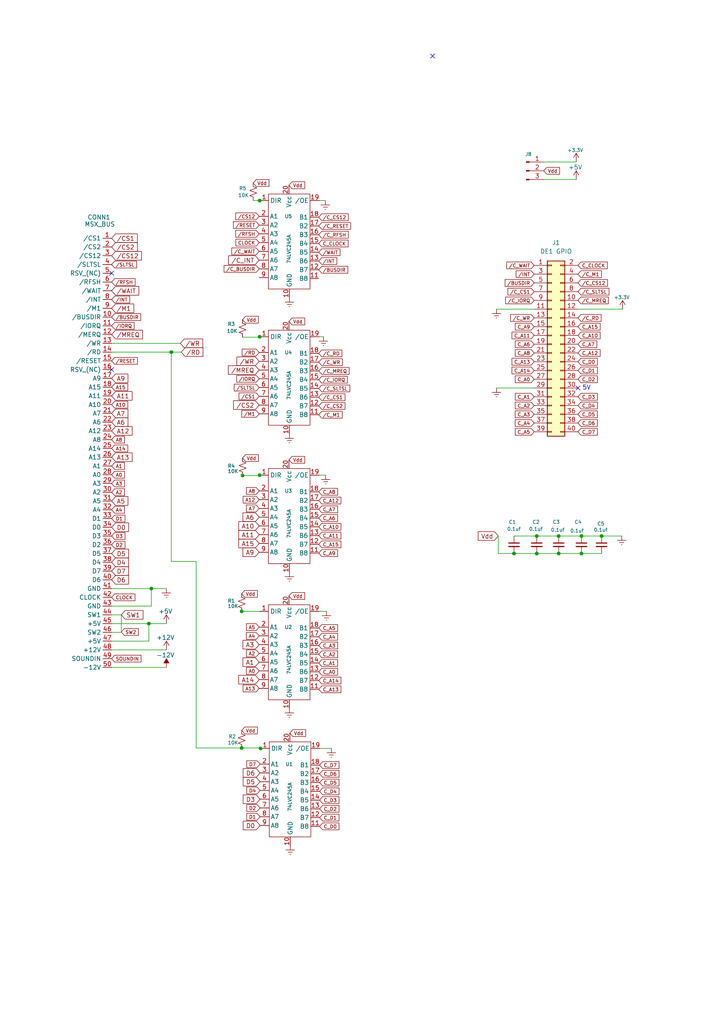
<source format=kicad_sch>
(kicad_sch (version 20211123) (generator eeschema)
  (paper "A4" portrait)
  (title_block (title "MSX DE1 Hat") (date "2023-01-07") (rev "1.1") (company "RCC") (comment 1 "to 3.3v systems with voltage conversion") (comment 2 "Cartridge for MSX Computers that expose the MSX BUS"))
  (lib_symbols
    (symbol "74LVC245A_1"
      (property "Reference" "U" (at 0 0 0))
      (property "Value" "74LVC245A_1" (at 0 0 0))
      (symbol "74LVC245A_1_1_1"
        (pin input line (at -67.183 87.63 0) (length 2.54) (name "DIR") (number "1"))
        (pin power_in line (at -58.547 59.436 90) (length 2.54) (name "GND") (number "10"))
        (pin bidirectional line (at -50.038 65.024 180) (length 2.54) (name "B8") (number "11"))
        (pin bidirectional line (at -50.038 67.564 180) (length 2.54) (name "B7") (number "12"))
        (pin bidirectional line (at -50.038 70.104 180) (length 2.54) (name "B6") (number "13"))
        (pin bidirectional line (at -50.038 72.644 180) (length 2.54) (name "B5") (number "14"))
        (pin bidirectional line (at -50.038 75.184 180) (length 2.54) (name "B4") (number "15"))
        (pin bidirectional line (at -50.038 77.724 180) (length 2.54) (name "B3") (number "16"))
        (pin bidirectional line (at -50.038 80.264 180) (length 2.54) (name "B2") (number "17"))
        (pin bidirectional line (at -50.038 82.804 180) (length 2.54) (name "B1") (number "18"))
        (pin input line (at -49.911 87.63 180) (length 2.54) (name "/OE") (number "19"))
        (pin bidirectional line (at -67.31 83.058 0) (length 2.54) (name "A1") (number "2"))
        (pin power_in line (at -58.674 92.075 270) (length 2.54) (name "Vcc") (number "20"))
        (pin bidirectional line (at -67.31 80.518 0) (length 2.54) (name "A2") (number "3"))
        (pin bidirectional line (at -67.31 77.978 0) (length 2.54) (name "A3") (number "4"))
        (pin bidirectional line (at -67.31 75.438 0) (length 2.54) (name "A4") (number "5"))
        (pin bidirectional line (at -67.31 72.898 0) (length 2.54) (name "A5") (number "6"))
        (pin bidirectional line (at -67.31 70.358 0) (length 2.54) (name "A6") (number "7"))
        (pin bidirectional line (at -67.31 67.818 0) (length 2.54) (name "A7") (number "8"))
        (pin bidirectional line (at -67.31 65.278 0) (length 2.54) (name "A8") (number "9"))
      )
    )
    (symbol "74LVC245A_2"
      (property "Reference" "U" (at 0 0 0))
      (property "Value" "74LVC245A_2" (at 0 0 0))
      (symbol "74LVC245A_2_1_1"
        (pin input line (at -67.183 87.63 0) (length 2.54) (name "DIR") (number "1"))
        (pin power_in line (at -58.547 59.436 90) (length 2.54) (name "GND") (number "10"))
        (pin bidirectional line (at -50.038 65.024 180) (length 2.54) (name "B8") (number "11"))
        (pin bidirectional line (at -50.038 67.564 180) (length 2.54) (name "B7") (number "12"))
        (pin bidirectional line (at -50.038 70.104 180) (length 2.54) (name "B6") (number "13"))
        (pin bidirectional line (at -50.038 72.644 180) (length 2.54) (name "B5") (number "14"))
        (pin bidirectional line (at -50.038 75.184 180) (length 2.54) (name "B4") (number "15"))
        (pin bidirectional line (at -50.038 77.724 180) (length 2.54) (name "B3") (number "16"))
        (pin bidirectional line (at -50.038 80.264 180) (length 2.54) (name "B2") (number "17"))
        (pin bidirectional line (at -50.038 82.804 180) (length 2.54) (name "B1") (number "18"))
        (pin input line (at -49.911 87.63 180) (length 2.54) (name "/OE") (number "19"))
        (pin bidirectional line (at -67.31 83.058 0) (length 2.54) (name "A1") (number "2"))
        (pin power_in line (at -58.674 92.075 270) (length 2.54) (name "Vcc") (number "20"))
        (pin bidirectional line (at -67.31 80.518 0) (length 2.54) (name "A2") (number "3"))
        (pin bidirectional line (at -67.31 77.978 0) (length 2.54) (name "A3") (number "4"))
        (pin bidirectional line (at -67.31 75.438 0) (length 2.54) (name "A4") (number "5"))
        (pin bidirectional line (at -67.31 72.898 0) (length 2.54) (name "A5") (number "6"))
        (pin bidirectional line (at -67.31 70.358 0) (length 2.54) (name "A6") (number "7"))
        (pin bidirectional line (at -67.31 67.818 0) (length 2.54) (name "A7") (number "8"))
        (pin bidirectional line (at -67.31 65.278 0) (length 2.54) (name "A8") (number "9"))
      )
    )
    (symbol "74LVC245A_3"
      (property "Reference" "U" (at 0 0 0))
      (property "Value" "74LVC245A_3" (at 0 0 0))
      (symbol "74LVC245A_3_1_1"
        (pin input line (at -67.183 87.63 0) (length 2.54) (name "DIR") (number "1"))
        (pin power_in line (at -58.547 59.436 90) (length 2.54) (name "GND") (number "10"))
        (pin bidirectional line (at -50.038 65.024 180) (length 2.54) (name "B8") (number "11"))
        (pin bidirectional line (at -50.038 67.564 180) (length 2.54) (name "B7") (number "12"))
        (pin bidirectional line (at -50.038 70.104 180) (length 2.54) (name "B6") (number "13"))
        (pin bidirectional line (at -50.038 72.644 180) (length 2.54) (name "B5") (number "14"))
        (pin bidirectional line (at -50.038 75.184 180) (length 2.54) (name "B4") (number "15"))
        (pin bidirectional line (at -50.038 77.724 180) (length 2.54) (name "B3") (number "16"))
        (pin bidirectional line (at -50.038 80.264 180) (length 2.54) (name "B2") (number "17"))
        (pin bidirectional line (at -50.038 82.804 180) (length 2.54) (name "B1") (number "18"))
        (pin input line (at -49.911 87.63 180) (length 2.54) (name "/OE") (number "19"))
        (pin bidirectional line (at -67.31 83.058 0) (length 2.54) (name "A1") (number "2"))
        (pin power_in line (at -58.674 92.075 270) (length 2.54) (name "Vcc") (number "20"))
        (pin bidirectional line (at -67.31 80.518 0) (length 2.54) (name "A2") (number "3"))
        (pin bidirectional line (at -67.31 77.978 0) (length 2.54) (name "A3") (number "4"))
        (pin bidirectional line (at -67.31 75.438 0) (length 2.54) (name "A4") (number "5"))
        (pin bidirectional line (at -67.31 72.898 0) (length 2.54) (name "A5") (number "6"))
        (pin bidirectional line (at -67.31 70.358 0) (length 2.54) (name "A6") (number "7"))
        (pin bidirectional line (at -67.31 67.818 0) (length 2.54) (name "A7") (number "8"))
        (pin bidirectional line (at -67.31 65.278 0) (length 2.54) (name "A8") (number "9"))
      )
    )
    (symbol "74LVC245A_4"
      (property "Reference" "U" (at 0 0 0))
      (property "Value" "74LVC245A_4" (at 0 0 0))
      (symbol "74LVC245A_4_1_1"
        (pin input line (at -67.183 87.63 0) (length 2.54) (name "DIR") (number "1"))
        (pin power_in line (at -58.547 59.436 90) (length 2.54) (name "GND") (number "10"))
        (pin bidirectional line (at -50.038 65.024 180) (length 2.54) (name "B8") (number "11"))
        (pin bidirectional line (at -50.038 67.564 180) (length 2.54) (name "B7") (number "12"))
        (pin bidirectional line (at -50.038 70.104 180) (length 2.54) (name "B6") (number "13"))
        (pin bidirectional line (at -50.038 72.644 180) (length 2.54) (name "B5") (number "14"))
        (pin bidirectional line (at -50.038 75.184 180) (length 2.54) (name "B4") (number "15"))
        (pin bidirectional line (at -50.038 77.724 180) (length 2.54) (name "B3") (number "16"))
        (pin bidirectional line (at -50.038 80.264 180) (length 2.54) (name "B2") (number "17"))
        (pin bidirectional line (at -50.038 82.804 180) (length 2.54) (name "B1") (number "18"))
        (pin input line (at -49.911 87.63 180) (length 2.54) (name "/OE") (number "19"))
        (pin bidirectional line (at -67.31 83.058 0) (length 2.54) (name "A1") (number "2"))
        (pin power_in line (at -58.674 92.075 270) (length 2.54) (name "Vcc") (number "20"))
        (pin bidirectional line (at -67.31 80.518 0) (length 2.54) (name "A2") (number "3"))
        (pin bidirectional line (at -67.31 77.978 0) (length 2.54) (name "A3") (number "4"))
        (pin bidirectional line (at -67.31 75.438 0) (length 2.54) (name "A4") (number "5"))
        (pin bidirectional line (at -67.31 72.898 0) (length 2.54) (name "A5") (number "6"))
        (pin bidirectional line (at -67.31 70.358 0) (length 2.54) (name "A6") (number "7"))
        (pin bidirectional line (at -67.31 67.818 0) (length 2.54) (name "A7") (number "8"))
        (pin bidirectional line (at -67.31 65.278 0) (length 2.54) (name "A8") (number "9"))
      )
    )
    (symbol "Connector:Conn_01x03_Male" (pin_names (offset 1.016) hide)
      (property "Reference" "J" (at 0 5.08 0))
      (property "Value" "Conn_01x03_Male" (at 0 -5.08 0))
      (symbol "Conn_01x03_Male_1_1"
        (pin passive line (at 5.08 2.54 180) (length 3.81) (name "Pin_1") (number "1"))
        (pin passive line (at 5.08 0 180) (length 3.81) (name "Pin_2") (number "2"))
        (pin passive line (at 5.08 -2.54 180) (length 3.81) (name "Pin_3") (number "3"))
      )
    )
    (symbol "Connector_Generic:Conn_02x20_Odd_Even" (pin_names (offset 1.016) hide)
      (property "Reference" "J" (at 1.27 25.4 0))
      (property "Value" "Conn_02x20_Odd_Even" (at 1.27 -27.94 0))
      (symbol "Conn_02x20_Odd_Even_1_1"
        (pin passive line (at -5.08 22.86 0) (length 3.81) (name "Pin_1") (number "1"))
        (pin passive line (at 7.62 12.7 180) (length 3.81) (name "Pin_10") (number "10"))
        (pin passive line (at -5.08 10.16 0) (length 3.81) (name "Pin_11") (number "11"))
        (pin passive line (at 7.62 10.16 180) (length 3.81) (name "Pin_12") (number "12"))
        (pin passive line (at -5.08 7.62 0) (length 3.81) (name "Pin_13") (number "13"))
        (pin passive line (at 7.62 7.62 180) (length 3.81) (name "Pin_14") (number "14"))
        (pin passive line (at -5.08 5.08 0) (length 3.81) (name "Pin_15") (number "15"))
        (pin passive line (at 7.62 5.08 180) (length 3.81) (name "Pin_16") (number "16"))
        (pin passive line (at -5.08 2.54 0) (length 3.81) (name "Pin_17") (number "17"))
        (pin passive line (at 7.62 2.54 180) (length 3.81) (name "Pin_18") (number "18"))
        (pin passive line (at -5.08 0 0) (length 3.81) (name "Pin_19") (number "19"))
        (pin passive line (at 7.62 22.86 180) (length 3.81) (name "Pin_2") (number "2"))
        (pin passive line (at 7.62 0 180) (length 3.81) (name "Pin_20") (number "20"))
        (pin passive line (at -5.08 -2.54 0) (length 3.81) (name "Pin_21") (number "21"))
        (pin passive line (at 7.62 -2.54 180) (length 3.81) (name "Pin_22") (number "22"))
        (pin passive line (at -5.08 -5.08 0) (length 3.81) (name "Pin_23") (number "23"))
        (pin passive line (at 7.62 -5.08 180) (length 3.81) (name "Pin_24") (number "24"))
        (pin passive line (at -5.08 -7.62 0) (length 3.81) (name "Pin_25") (number "25"))
        (pin passive line (at 7.62 -7.62 180) (length 3.81) (name "Pin_26") (number "26"))
        (pin passive line (at -5.08 -10.16 0) (length 3.81) (name "Pin_27") (number "27"))
        (pin passive line (at 7.62 -10.16 180) (length 3.81) (name "Pin_28") (number "28"))
        (pin passive line (at -5.08 -12.7 0) (length 3.81) (name "Pin_29") (number "29"))
        (pin passive line (at -5.08 20.32 0) (length 3.81) (name "Pin_3") (number "3"))
        (pin passive line (at 7.62 -12.7 180) (length 3.81) (name "Pin_30") (number "30"))
        (pin passive line (at -5.08 -15.24 0) (length 3.81) (name "Pin_31") (number "31"))
        (pin passive line (at 7.62 -15.24 180) (length 3.81) (name "Pin_32") (number "32"))
        (pin passive line (at -5.08 -17.78 0) (length 3.81) (name "Pin_33") (number "33"))
        (pin passive line (at 7.62 -17.78 180) (length 3.81) (name "Pin_34") (number "34"))
        (pin passive line (at -5.08 -20.32 0) (length 3.81) (name "Pin_35") (number "35"))
        (pin passive line (at 7.62 -20.32 180) (length 3.81) (name "Pin_36") (number "36"))
        (pin passive line (at -5.08 -22.86 0) (length 3.81) (name "Pin_37") (number "37"))
        (pin passive line (at 7.62 -22.86 180) (length 3.81) (name "Pin_38") (number "38"))
        (pin passive line (at -5.08 -25.4 0) (length 3.81) (name "Pin_39") (number "39"))
        (pin passive line (at 7.62 20.32 180) (length 3.81) (name "Pin_4") (number "4"))
        (pin passive line (at 7.62 -25.4 180) (length 3.81) (name "Pin_40") (number "40"))
        (pin passive line (at -5.08 17.78 0) (length 3.81) (name "Pin_5") (number "5"))
        (pin passive line (at 7.62 17.78 180) (length 3.81) (name "Pin_6") (number "6"))
        (pin passive line (at -5.08 15.24 0) (length 3.81) (name "Pin_7") (number "7"))
        (pin passive line (at 7.62 15.24 180) (length 3.81) (name "Pin_8") (number "8"))
        (pin passive line (at -5.08 12.7 0) (length 3.81) (name "Pin_9") (number "9"))
      )
    )
    (symbol "Device:C_Small" (pin_numbers hide) (pin_names (offset 0.254) hide)
      (property "Reference" "C" (at 0.254 1.778 0))
      (property "Value" "C_Small" (at 0.254 -2.032 0))
      (symbol "C_Small_1_1"
        (pin passive line (at 0 2.54 270) (length 2.032) (name "~") (number "1"))
        (pin passive line (at 0 -2.54 90) (length 2.032) (name "~") (number "2"))
      )
    )
    (symbol "Device:R_Small_US" (pin_numbers hide) (pin_names (offset 0.254) hide)
      (property "Reference" "R" (at 0.762 0.508 0))
      (property "Value" "R_Small_US" (at 0.762 -1.016 0))
      (symbol "R_Small_US_1_1"
        (pin passive line (at 0 2.54 270) (length 1.016) (name "~") (number "1"))
        (pin passive line (at 0 -2.54 90) (length 1.016) (name "~") (number "2"))
      )
    )
    (symbol "Roni:74LVC245A"
      (property "Reference" "U" (at 0 0 0))
      (property "Value" "74LVC245A" (at 0 0 0))
      (symbol "74LVC245A_1_1"
        (pin input line (at -67.183 87.63 0) (length 2.54) (name "DIR") (number "1"))
        (pin power_in line (at -58.547 59.436 90) (length 2.54) (name "GND") (number "10"))
        (pin bidirectional line (at -50.038 65.024 180) (length 2.54) (name "B8") (number "11"))
        (pin bidirectional line (at -50.038 67.564 180) (length 2.54) (name "B7") (number "12"))
        (pin bidirectional line (at -50.038 70.104 180) (length 2.54) (name "B6") (number "13"))
        (pin bidirectional line (at -50.038 72.644 180) (length 2.54) (name "B5") (number "14"))
        (pin bidirectional line (at -50.038 75.184 180) (length 2.54) (name "B4") (number "15"))
        (pin bidirectional line (at -50.038 77.724 180) (length 2.54) (name "B3") (number "16"))
        (pin bidirectional line (at -50.038 80.264 180) (length 2.54) (name "B2") (number "17"))
        (pin bidirectional line (at -50.038 82.804 180) (length 2.54) (name "B1") (number "18"))
        (pin input line (at -49.911 87.63 180) (length 2.54) (name "/OE") (number "19"))
        (pin bidirectional line (at -67.31 83.058 0) (length 2.54) (name "A1") (number "2"))
        (pin power_in line (at -58.674 92.075 270) (length 2.54) (name "Vcc") (number "20"))
        (pin bidirectional line (at -67.31 80.518 0) (length 2.54) (name "A2") (number "3"))
        (pin bidirectional line (at -67.31 77.978 0) (length 2.54) (name "A3") (number "4"))
        (pin bidirectional line (at -67.31 75.438 0) (length 2.54) (name "A4") (number "5"))
        (pin bidirectional line (at -67.31 72.898 0) (length 2.54) (name "A5") (number "6"))
        (pin bidirectional line (at -67.31 70.358 0) (length 2.54) (name "A6") (number "7"))
        (pin bidirectional line (at -67.31 67.818 0) (length 2.54) (name "A7") (number "8"))
        (pin bidirectional line (at -67.31 65.278 0) (length 2.54) (name "A8") (number "9"))
      )
    )
    (symbol "Roni:MSX_BUS"
      (property "Reference" "U" (at 0 0 0))
      (property "Value" "MSX_BUS" (at 0 0 0))
      (symbol "MSX_BUS_1_1"
        (pin output line (at -67.945 88.392 180) (length 2.54) (name "/CS1") (number "1"))
        (pin output line (at -67.945 65.532 180) (length 2.54) (name "/BUSDIR") (number "10"))
        (pin output line (at -67.945 62.992 180) (length 2.54) (name "/IORQ") (number "11"))
        (pin output line (at -67.945 60.452 180) (length 2.54) (name "/MERQ") (number "12"))
        (pin output line (at -67.945 57.912 180) (length 2.54) (name "/WR") (number "13"))
        (pin output line (at -67.945 55.372 180) (length 2.54) (name "/RD") (number "14"))
        (pin input line (at -67.945 52.832 180) (length 2.54) (name "/RESET") (number "15"))
        (pin output line (at -67.945 50.292 180) (length 2.54) (name "RSV_(NC)") (number "16"))
        (pin output line (at -67.945 47.752 180) (length 2.54) (name "A9") (number "17"))
        (pin output line (at -67.945 45.212 180) (length 2.54) (name "A15") (number "18"))
        (pin output line (at -67.945 42.672 180) (length 2.54) (name "A11") (number "19"))
        (pin output line (at -67.945 85.852 180) (length 2.54) (name "/CS2") (number "2"))
        (pin output line (at -67.945 40.132 180) (length 2.54) (name "A10") (number "20"))
        (pin output line (at -67.945 37.592 180) (length 2.54) (name "A7") (number "21"))
        (pin output line (at -67.945 35.052 180) (length 2.54) (name "A6") (number "22"))
        (pin output line (at -67.945 32.512 180) (length 2.54) (name "A12") (number "23"))
        (pin output line (at -67.945 29.972 180) (length 2.54) (name "A8") (number "24"))
        (pin output line (at -67.945 27.432 180) (length 2.54) (name "A14") (number "25"))
        (pin output line (at -67.945 24.892 180) (length 2.54) (name "A13") (number "26"))
        (pin output line (at -67.945 22.352 180) (length 2.54) (name "A1") (number "27"))
        (pin output line (at -67.945 19.812 180) (length 2.54) (name "A0") (number "28"))
        (pin output line (at -67.945 17.272 180) (length 2.54) (name "A3") (number "29"))
        (pin output line (at -67.945 83.312 180) (length 2.54) (name "/CS12") (number "3"))
        (pin output line (at -67.945 14.732 180) (length 2.54) (name "A2") (number "30"))
        (pin output line (at -67.945 12.192 180) (length 2.54) (name "A5") (number "31"))
        (pin output line (at -67.945 9.652 180) (length 2.54) (name "A4") (number "32"))
        (pin output line (at -67.945 7.112 180) (length 2.54) (name "D1") (number "33"))
        (pin output line (at -67.945 4.572 180) (length 2.54) (name "D0") (number "34"))
        (pin output line (at -67.945 2.032 180) (length 2.54) (name "D3") (number "35"))
        (pin output line (at -67.945 -0.508 180) (length 2.54) (name "D2") (number "36"))
        (pin output line (at -67.945 -3.048 180) (length 2.54) (name "D5") (number "37"))
        (pin output line (at -67.945 -5.588 180) (length 2.54) (name "D4") (number "38"))
        (pin output line (at -67.945 -8.128 180) (length 2.54) (name "D7") (number "39"))
        (pin output line (at -67.945 80.772 180) (length 2.54) (name "/SLTSL") (number "4"))
        (pin output line (at -67.945 -10.668 180) (length 2.54) (name "D6") (number "40"))
        (pin output line (at -67.945 -13.208 180) (length 2.54) (name "GND") (number "41"))
        (pin output line (at -67.945 -15.748 180) (length 2.54) (name "CLOCK") (number "42"))
        (pin output line (at -67.945 -18.288 180) (length 2.54) (name "GND") (number "43"))
        (pin output line (at -67.945 -20.828 180) (length 2.54) (name "SW1") (number "44"))
        (pin output line (at -67.945 -23.368 180) (length 2.54) (name "+5V") (number "45"))
        (pin output line (at -67.945 -25.908 180) (length 2.54) (name "SW2") (number "46"))
        (pin output line (at -67.945 -28.448 180) (length 2.54) (name "+5V") (number "47"))
        (pin output line (at -67.945 -30.988 180) (length 2.54) (name "+12V") (number "48"))
        (pin output line (at -67.945 -33.528 180) (length 2.54) (name "SOUNDIN") (number "49"))
        (pin output line (at -67.945 78.232 180) (length 2.54) (name "RSV_(NC)") (number "5"))
        (pin output line (at -67.945 -36.068 180) (length 2.54) (name "-12V") (number "50"))
        (pin output line (at -67.945 75.692 180) (length 2.54) (name "/RFSH") (number "6"))
        (pin output line (at -67.945 73.152 180) (length 2.54) (name "/WAIT") (number "7"))
        (pin output line (at -67.945 70.612 180) (length 2.54) (name "/INT") (number "8"))
        (pin output line (at -67.945 68.072 180) (length 2.54) (name "/M1") (number "9"))
      )
    )
    (symbol "power:+12V" (power) (pin_names (offset 0))
      (property "Value" "+12V" (at 0 3.556 0))
      (symbol "+12V_1_1"
        (pin power_in line (at 0 0 90) (length 0) hide (name "+12V") (number "1"))
      )
    )
    (symbol "power:+3.3V" (power) (pin_names (offset 0))
      (property "Value" "+3.3V" (at 0 3.556 0))
      (symbol "+3.3V_1_1"
        (pin power_in line (at 0 0 90) (length 0) hide (name "+3.3V") (number "1"))
      )
    )
    (symbol "power:+5V" (power) (pin_names (offset 0))
      (property "Value" "+5V" (at 0 3.556 0))
      (symbol "+5V_1_1"
        (pin power_in line (at 0 0 90) (length 0) hide (name "+5V") (number "1"))
      )
    )
    (symbol "power:-12V" (power) (pin_names (offset 0))
      (property "Value" "-12V" (at 0 3.81 0))
      (symbol "-12V_0_0"
        (pin power_in line (at 0 0 90) (length 0) hide (name "-12V") (number "1"))
      )
    )
    (symbol "power:GNDREF" (power) (pin_names (offset 0))
      (property "Value" "GNDREF" (at 0 -3.81 0))
      (symbol "GNDREF_1_1"
        (pin power_in line (at 0 0 270) (length 0) hide (name "GNDREF") (number "1"))
      )
    )
  )
  (junction (at 155.702 155.448))
  (junction (at 168.656 155.448))
  (junction (at 75.565 217.043))
  (junction (at 49.6829 102.108))
  (junction (at 162.052 155.448))
  (junction (at 43.18 180.848))
  (junction (at 162.052 160.528))
  (junction (at 75.311 58.166))
  (junction (at 174.498 155.448))
  (junction (at 70.104 216.916))
  (junction (at 75.311 97.663))
  (junction (at 155.702 160.528))
  (junction (at 75.311 137.795))
  (junction (at 149.098 160.528))
  (junction (at 70.104 177.292))
  (junction (at 70.358 137.922))
  (junction (at 43.9077 170.688))
  (junction (at 168.656 160.528))
  (no_connect (at 125.476 16.256))
  (no_connect (at 167.64 112.522))
  (no_connect (at 32.385 79.248))
  (no_connect (at 32.385 107.188))
  (wire (pts (xy 43.18 180.848) (xy 43.18 185.928)))
  (wire (pts (xy 56.896 216.916) (xy 70.104 216.916)))
  (wire (pts (xy 49.6829 162.814) (xy 56.896 162.814)))
  (wire (pts (xy 168.656 155.448) (xy 174.498 155.448)))
  (wire (pts (xy 92.583 137.795) (xy 94.4597 137.795)))
  (wire (pts (xy 75.311 137.922) (xy 75.311 137.795)))
  (wire (pts (xy 43.9077 175.768) (xy 43.9077 170.688)))
  (wire (pts (xy 43.9077 170.688) (xy 48.26 170.688)))
  (wire (pts (xy 75.565 216.916) (xy 75.565 217.043)))
  (wire (pts (xy 162.052 155.448) (xy 168.656 155.448)))
  (wire (pts (xy 168.656 160.528) (xy 174.498 160.528)))
  (wire (pts (xy 92.583 58.166) (xy 94.3839 58.166)))
  (wire (pts (xy 49.6829 102.108) (xy 49.6829 162.814)))
  (wire (pts (xy 149.098 155.448) (xy 155.702 155.448)))
  (wire (pts (xy 144.018 89.662) (xy 154.94 89.662)))
  (wire (pts (xy 32.385 102.108) (xy 49.6829 102.108)))
  (wire (pts (xy 155.702 155.448) (xy 162.052 155.448)))
  (wire (pts (xy 32.385 193.548) (xy 48.26 193.548)))
  (wire (pts (xy 70.358 137.9834) (xy 70.358 137.922)))
  (wire (pts (xy 70.104 216.916) (xy 75.565 216.916)))
  (wire (pts (xy 32.385 188.468) (xy 48.26 188.468)))
  (wire (pts (xy 35.1862 183.388) (xy 32.385 183.388)))
  (wire (pts (xy 49.6829 102.108) (xy 52.578 102.108)))
  (wire (pts (xy 174.498 155.448) (xy 180.34 155.448)))
  (wire (pts (xy 32.385 178.308) (xy 35.1862 178.308)))
  (wire (pts (xy 92.583 177.292) (xy 94.7083 177.292)))
  (wire (pts (xy 43.18 180.848) (xy 48.26 180.848)))
  (wire (pts (xy 157.734 52.07) (xy 167.132 52.07)))
  (wire (pts (xy 92.583 97.663) (xy 93.8301 97.663)))
  (wire (pts (xy 157.734 46.99) (xy 167.132 46.99)))
  (wire (pts (xy 155.702 160.528) (xy 162.052 160.528)))
  (wire (pts (xy 32.385 175.768) (xy 43.9077 175.768)))
  (wire (pts (xy 70.104 177.292) (xy 75.311 177.292)))
  (wire (pts (xy 32.385 170.688) (xy 43.9077 170.688)))
  (wire (pts (xy 32.385 185.928) (xy 43.18 185.928)))
  (wire (pts (xy 32.385 99.568) (xy 52.324 99.568)))
  (wire (pts (xy 32.385 180.848) (xy 43.18 180.848)))
  (wire (pts (xy 75.311 97.79) (xy 75.311 97.663)))
  (wire (pts (xy 56.896 162.814) (xy 56.896 216.916)))
  (wire (pts (xy 144.526 160.528) (xy 149.098 160.528)))
  (wire (pts (xy 35.1862 178.308) (xy 35.1862 183.388)))
  (wire (pts (xy 75.311 58.1557) (xy 75.311 58.166)))
  (wire (pts (xy 149.098 160.528) (xy 155.702 160.528)))
  (wire (pts (xy 167.64 89.662) (xy 180.594 89.662)))
  (wire (pts (xy 70.358 97.79) (xy 75.311 97.79)))
  (wire (pts (xy 73.4493 58.1557) (xy 75.311 58.1557)))
  (wire (pts (xy 70.358 137.922) (xy 75.311 137.922)))
  (wire (pts (xy 92.837 217.043) (xy 96.1884 217.043)))
  (wire (pts (xy 162.052 160.528) (xy 168.656 160.528)))
  (wire (pts (xy 144.018 112.522) (xy 154.94 112.522)))
  (wire (pts (xy 144.526 155.448) (xy 144.526 160.528)))
  (wire (pts (xy 70.104 177.4106) (xy 70.104 177.292)))
  (text "5V" (at 168.91 113.284 0) (effects (font (size 1.27 1.27)) (justify left bottom)))
  (global_label "Vdd" (shape input) (at 83.82 172.847 0) (effects (font (size 1 1))) (property "Intersheet References" "${INTERSHEET_REFS}" (effects hide)))
  (global_label "C_D5" (shape input) (at 167.64 120.142 0) (effects (font (size 1 1))) (property "Intersheet References" "${INTERSHEET_REFS}" (effects hide)))
  (global_label "{slash}C_SLTSL" (shape input) (at 167.64 84.582 0) (effects (font (size 1 1))) (property "Intersheet References" "${INTERSHEET_REFS}" (effects hide)))
  (global_label "{slash}C_RFSH" (shape input) (at 92.456 68.072 0) (effects (font (size 1 1))) (property "Intersheet References" "${INTERSHEET_REFS}" (effects hide)))
  (global_label "D4" (shape input) (at 32.385 163.068 0) (property "Intersheet References" "${INTERSHEET_REFS}" (effects hide)))
  (global_label "A9" (shape input) (at 75.184 160.147 180) (property "Intersheet References" "${INTERSHEET_REFS}" (effects hide)))
  (global_label "{slash}MREQ" (shape input) (at 75.184 107.315 180) (property "Intersheet References" "${INTERSHEET_REFS}" (effects hide)))
  (global_label "{slash}C_WAIT" (shape input) (at 75.184 72.898 180) (effects (font (size 1 1))) (property "Intersheet References" "${INTERSHEET_REFS}" (effects hide)))
  (global_label "{slash}C_RD" (shape input) (at 92.456 102.489 0) (effects (font (size 1 1))) (property "Intersheet References" "${INTERSHEET_REFS}" (effects hide)))
  (global_label "Vdd" (shape input) (at 84.074 212.598 0) (effects (font (size 1 1))) (property "Intersheet References" "${INTERSHEET_REFS}" (effects hide)))
  (global_label "Vdd" (shape input) (at 83.82 53.721 0) (effects (font (size 1 1))) (property "Intersheet References" "${INTERSHEET_REFS}" (effects hide)))
  (global_label "C_A13" (shape input) (at 92.456 199.898 0) (effects (font (size 1 1))) (property "Intersheet References" "${INTERSHEET_REFS}" (effects hide)))
  (global_label "{slash}C_CS1" (shape input) (at 92.456 115.189 0) (effects (font (size 1 1))) (property "Intersheet References" "${INTERSHEET_REFS}" (effects hide)))
  (global_label "{slash}C_M1" (shape input) (at 167.64 79.502 0) (effects (font (size 1 1))) (property "Intersheet References" "${INTERSHEET_REFS}" (effects hide)))
  (global_label "A11" (shape input) (at 32.385 114.808 0) (property "Intersheet References" "${INTERSHEET_REFS}" (effects hide)))
  (global_label "C_A6" (shape input) (at 92.456 150.241 0) (effects (font (size 1 1))) (property "Intersheet References" "${INTERSHEET_REFS}" (effects hide)))
  (global_label "C_A7" (shape input) (at 167.64 99.822 0) (effects (font (size 1 1))) (property "Intersheet References" "${INTERSHEET_REFS}" (effects hide)))
  (global_label "C_A4" (shape input) (at 154.94 122.682 180) (effects (font (size 1 1))) (property "Intersheet References" "${INTERSHEET_REFS}" (effects hide)))
  (global_label "{slash}WAIT" (shape input) (at 32.385 84.328 0) (property "Intersheet References" "${INTERSHEET_REFS}" (effects hide)))
  (global_label "{slash}C_CS12" (shape input) (at 167.64 82.042 0) (effects (font (size 1 1))) (property "Intersheet References" "${INTERSHEET_REFS}" (effects hide)))
  (global_label "D5" (shape input) (at 32.385 160.528 0) (property "Intersheet References" "${INTERSHEET_REFS}" (effects hide)))
  (global_label "D5" (shape input) (at 75.438 226.695 180) (property "Intersheet References" "${INTERSHEET_REFS}" (effects hide)))
  (global_label "C_A0" (shape input) (at 154.94 109.982 180) (effects (font (size 1 1))) (property "Intersheet References" "${INTERSHEET_REFS}" (effects hide)))
  (global_label "C_A2" (shape input) (at 154.94 117.602 180) (effects (font (size 1 1))) (property "Intersheet References" "${INTERSHEET_REFS}" (effects hide)))
  (global_label "A13" (shape input) (at 32.385 132.588 0) (property "Intersheet References" "${INTERSHEET_REFS}" (effects hide)))
  (global_label "C_D0" (shape input) (at 92.71 239.649 0) (effects (font (size 1 1))) (property "Intersheet References" "${INTERSHEET_REFS}" (effects hide)))
  (global_label "C_D0" (shape input) (at 167.64 104.902 0) (effects (font (size 1 1))) (property "Intersheet References" "${INTERSHEET_REFS}" (effects hide)))
  (global_label "{slash}C_SLTSL" (shape input) (at 92.456 112.649 0) (effects (font (size 1 1))) (property "Intersheet References" "${INTERSHEET_REFS}" (effects hide)))
  (global_label "{slash}MREQ" (shape input) (at 32.385 97.028 0) (property "Intersheet References" "${INTERSHEET_REFS}" (effects hide)))
  (global_label "Vdd" (shape input) (at 70.358 132.842 0) (effects (font (size 1 1))) (property "Intersheet References" "${INTERSHEET_REFS}" (effects hide)))
  (global_label "{slash}RFSH" (shape input) (at 75.184 67.818 180) (effects (font (size 1 1))) (property "Intersheet References" "${INTERSHEET_REFS}" (effects hide)))
  (global_label "{slash}C_CS1" (shape input) (at 154.94 84.582 180) (effects (font (size 1 1))) (property "Intersheet References" "${INTERSHEET_REFS}" (effects hide)))
  (global_label "C_D7" (shape input) (at 92.71 221.869 0) (effects (font (size 1 1))) (property "Intersheet References" "${INTERSHEET_REFS}" (effects hide)))
  (global_label "{slash}CS2" (shape input) (at 32.385 71.628 0) (property "Intersheet References" "${INTERSHEET_REFS}" (effects hide)))
  (global_label "D7" (shape input) (at 32.385 165.608 0) (property "Intersheet References" "${INTERSHEET_REFS}" (effects hide)))
  (global_label "A5" (shape input) (at 32.385 145.288 0) (property "Intersheet References" "${INTERSHEET_REFS}" (effects hide)))
  (global_label "{slash}C_WR" (shape input) (at 92.456 105.029 0) (effects (font (size 1 1))) (property "Intersheet References" "${INTERSHEET_REFS}" (effects hide)))
  (global_label "{slash}C_IORQ" (shape input) (at 154.94 87.122 180) (effects (font (size 1 1))) (property "Intersheet References" "${INTERSHEET_REFS}" (effects hide)))
  (global_label "C_A12" (shape input) (at 92.456 145.161 0) (effects (font (size 1 1))) (property "Intersheet References" "${INTERSHEET_REFS}" (effects hide)))
  (global_label "A1" (shape input) (at 75.184 192.024 180) (property "Intersheet References" "${INTERSHEET_REFS}" (effects hide)))
  (global_label "C_A10" (shape input) (at 167.64 97.282 0) (effects (font (size 1 1))) (property "Intersheet References" "${INTERSHEET_REFS}" (effects hide)))
  (global_label "C_A9" (shape input) (at 154.94 94.742 180) (effects (font (size 1 1))) (property "Intersheet References" "${INTERSHEET_REFS}" (effects hide)))
  (global_label "{slash}RD" (shape input) (at 52.578 102.108 0) (property "Intersheet References" "${INTERSHEET_REFS}" (effects hide)))
  (global_label "A7" (shape input) (at 32.385 119.888 0) (property "Intersheet References" "${INTERSHEET_REFS}" (effects hide)))
  (global_label "{slash}C_WR" (shape input) (at 154.94 92.202 180) (effects (font (size 1 1))) (property "Intersheet References" "${INTERSHEET_REFS}" (effects hide)))
  (global_label "A10" (shape input) (at 75.184 152.527 180) (property "Intersheet References" "${INTERSHEET_REFS}" (effects hide)))
  (global_label "{slash}CS2" (shape input) (at 75.184 117.475 180) (property "Intersheet References" "${INTERSHEET_REFS}" (effects hide)))
  (global_label "C_D5" (shape input) (at 92.71 226.949 0) (effects (font (size 1 1))) (property "Intersheet References" "${INTERSHEET_REFS}" (effects hide)))
  (global_label "C_A8" (shape input) (at 92.456 142.621 0) (effects (font (size 1 1))) (property "Intersheet References" "${INTERSHEET_REFS}" (effects hide)))
  (global_label "C_A8" (shape input) (at 154.94 102.362 180) (effects (font (size 1 1))) (property "Intersheet References" "${INTERSHEET_REFS}" (effects hide)))
  (global_label "D6" (shape input) (at 75.438 224.155 180) (property "Intersheet References" "${INTERSHEET_REFS}" (effects hide)))
  (global_label "D3" (shape input) (at 75.438 231.775 180) (property "Intersheet References" "${INTERSHEET_REFS}" (effects hide)))
  (global_label "D0" (shape input) (at 75.438 239.395 180) (property "Intersheet References" "${INTERSHEET_REFS}" (effects hide)))
  (global_label "C_A15" (shape input) (at 167.64 94.742 0) (effects (font (size 1 1))) (property "Intersheet References" "${INTERSHEET_REFS}" (effects hide)))
  (global_label "SW1" (shape input) (at 35.1862 178.308 0) (property "Intersheet References" "${INTERSHEET_REFS}" (effects hide)))
  (global_label "C_D2" (shape input) (at 92.71 234.569 0) (effects (font (size 1 1))) (property "Intersheet References" "${INTERSHEET_REFS}" (effects hide)))
  (global_label "C_CLOCK" (shape input) (at 92.456 70.612 0) (effects (font (size 1 1))) (property "Intersheet References" "${INTERSHEET_REFS}" (effects hide)))
  (global_label "A9" (shape input) (at 32.385 109.728 0) (property "Intersheet References" "${INTERSHEET_REFS}" (effects hide)))
  (global_label "C_A3" (shape input) (at 154.94 120.142 180) (effects (font (size 1 1))) (property "Intersheet References" "${INTERSHEET_REFS}" (effects hide)))
  (global_label "A15" (shape input) (at 75.184 157.607 180) (property "Intersheet References" "${INTERSHEET_REFS}" (effects hide)))
  (global_label "C_D3" (shape input) (at 167.64 115.062 0) (effects (font (size 1 1))) (property "Intersheet References" "${INTERSHEET_REFS}" (effects hide)))
  (global_label "A12" (shape input) (at 32.385 124.968 0) (property "Intersheet References" "${INTERSHEET_REFS}" (effects hide)))
  (global_label "C_A6" (shape input) (at 154.94 99.822 180) (effects (font (size 1 1))) (property "Intersheet References" "${INTERSHEET_REFS}" (effects hide)))
  (global_label "C_A12" (shape input) (at 167.64 102.362 0) (effects (font (size 1 1))) (property "Intersheet References" "${INTERSHEET_REFS}" (effects hide)))
  (global_label "CLOCK" (shape input) (at 75.184 70.358 180) (effects (font (size 1 1))) (property "Intersheet References" "${INTERSHEET_REFS}" (effects hide)))
  (global_label "C_A4" (shape input) (at 92.456 184.658 0) (effects (font (size 1 1))) (property "Intersheet References" "${INTERSHEET_REFS}" (effects hide)))
  (global_label "C_A2" (shape input) (at 92.456 189.738 0) (effects (font (size 1 1))) (property "Intersheet References" "${INTERSHEET_REFS}" (effects hide)))
  (global_label "{slash}INT" (shape input) (at 154.94 79.502 180) (effects (font (size 1 1))) (property "Intersheet References" "${INTERSHEET_REFS}" (effects hide)))
  (global_label "{slash}CS12" (shape input) (at 75.184 62.738 180) (effects (font (size 1 1))) (property "Intersheet References" "${INTERSHEET_REFS}" (effects hide)))
  (global_label "{slash}WR" (shape input) (at 75.184 104.775 180) (property "Intersheet References" "${INTERSHEET_REFS}" (effects hide)))
  (global_label "A6" (shape input) (at 75.184 149.987 180) (property "Intersheet References" "${INTERSHEET_REFS}" (effects hide)))
  (global_label "{slash}M1" (shape input) (at 32.385 89.408 0) (property "Intersheet References" "${INTERSHEET_REFS}" (effects hide)))
  (global_label "{slash}CS1" (shape input) (at 32.385 69.088 0) (property "Intersheet References" "${INTERSHEET_REFS}" (effects hide)))
  (global_label "C_D2" (shape input) (at 167.64 109.982 0) (effects (font (size 1 1))) (property "Intersheet References" "${INTERSHEET_REFS}" (effects hide)))
  (global_label "Vdd" (shape input) (at 70.104 172.212 0) (effects (font (size 1 1))) (property "Intersheet References" "${INTERSHEET_REFS}" (effects hide)))
  (global_label "A6" (shape input) (at 32.385 122.428 0) (property "Intersheet References" "${INTERSHEET_REFS}" (effects hide)))
  (global_label "{slash}C_MREQ" (shape input) (at 167.64 87.122 0) (effects (font (size 1 1))) (property "Intersheet References" "${INTERSHEET_REFS}" (effects hide)))
  (global_label "A3" (shape input) (at 75.184 186.944 180) (property "Intersheet References" "${INTERSHEET_REFS}" (effects hide)))
  (global_label "D6" (shape input) (at 32.385 168.148 0) (property "Intersheet References" "${INTERSHEET_REFS}" (effects hide)))
  (global_label "A11" (shape input) (at 75.184 155.067 180) (property "Intersheet References" "${INTERSHEET_REFS}" (effects hide)))
  (global_label "{slash}CS12" (shape input) (at 32.385 74.168 0) (property "Intersheet References" "${INTERSHEET_REFS}" (effects hide)))
  (global_label "D0" (shape input) (at 32.385 152.908 0) (property "Intersheet References" "${INTERSHEET_REFS}" (effects hide)))
  (global_label "{slash}C_INT" (shape input) (at 75.184 75.438 180) (property "Intersheet References" "${INTERSHEET_REFS}" (effects hide)))
  (global_label "Vdd" (shape input) (at 144.526 155.448 180) (property "Intersheet References" "${INTERSHEET_REFS}" (effects hide)))
  (global_label "C_A11" (shape input) (at 92.456 155.321 0) (effects (font (size 1 1))) (property "Intersheet References" "${INTERSHEET_REFS}" (effects hide)))
  (global_label "A14" (shape input) (at 75.184 197.104 180) (property "Intersheet References" "${INTERSHEET_REFS}" (effects hide)))
  (global_label "{slash}WR" (shape input) (at 52.324 99.568 0) (property "Intersheet References" "${INTERSHEET_REFS}" (effects hide)))
  (global_label "{slash}C_BUSDIR" (shape input) (at 75.184 77.978 180) (effects (font (size 1 1))) (property "Intersheet References" "${INTERSHEET_REFS}" (effects hide)))
  (global_label "{slash}C_MREQ" (shape input) (at 92.456 107.569 0) (effects (font (size 1 1))) (property "Intersheet References" "${INTERSHEET_REFS}" (effects hide)))
  (global_label "C_D3" (shape input) (at 92.71 232.029 0) (effects (font (size 1 1))) (property "Intersheet References" "${INTERSHEET_REFS}" (effects hide)))
  (global_label "A3" (shape input) (at 32.385 140.208 0) (effects (font (size 1 1))) (property "Intersheet References" "${INTERSHEET_REFS}" (effects hide)))
  (global_label "CLOCK" (shape input) (at 32.385 173.228 0) (effects (font (size 1 1))) (property "Intersheet References" "${INTERSHEET_REFS}" (effects hide)))
  (global_label "A2" (shape input) (at 32.385 142.748 0) (effects (font (size 1 1))) (property "Intersheet References" "${INTERSHEET_REFS}" (effects hide)))
  (global_label "A15" (shape input) (at 32.385 112.268 0) (effects (font (size 1 1))) (property "Intersheet References" "${INTERSHEET_REFS}" (effects hide)))
  (global_label "A0" (shape input) (at 75.184 194.564 180) (effects (font (size 1 1))) (property "Intersheet References" "${INTERSHEET_REFS}" (effects hide)))
  (global_label "A8" (shape input) (at 75.184 142.367 180) (effects (font (size 1 1))) (property "Intersheet References" "${INTERSHEET_REFS}" (effects hide)))
  (global_label "C_A0" (shape input) (at 92.456 194.818 0) (effects (font (size 1 1))) (property "Intersheet References" "${INTERSHEET_REFS}" (effects hide)))
  (global_label "D2" (shape input) (at 75.438 234.315 180) (effects (font (size 1 1))) (property "Intersheet References" "${INTERSHEET_REFS}" (effects hide)))
  (global_label "Vdd" (shape input) (at 73.4493 53.0757 0) (effects (font (size 1 1))) (property "Intersheet References" "${INTERSHEET_REFS}" (effects hide)))
  (global_label "A10" (shape input) (at 32.385 117.348 0) (effects (font (size 1 1))) (property "Intersheet References" "${INTERSHEET_REFS}" (effects hide)))
  (global_label "A14" (shape input) (at 32.385 130.048 0) (effects (font (size 1 1))) (property "Intersheet References" "${INTERSHEET_REFS}" (effects hide)))
  (global_label "{slash}C_RESET" (shape input) (at 92.456 65.532 0) (effects (font (size 1 1))) (property "Intersheet References" "${INTERSHEET_REFS}" (effects hide)))
  (global_label "A5" (shape input) (at 75.184 181.864 180) (effects (font (size 1 1))) (property "Intersheet References" "${INTERSHEET_REFS}" (effects hide)))
  (global_label "{slash}BUSDIR" (shape input) (at 32.385 91.948 0) (effects (font (size 1 1))) (property "Intersheet References" "${INTERSHEET_REFS}" (effects hide)))
  (global_label "{slash}C_M1" (shape input) (at 92.456 120.269 0) (effects (font (size 1 1))) (property "Intersheet References" "${INTERSHEET_REFS}" (effects hide)))
  (global_label "{slash}IORQ" (shape input) (at 75.184 109.855 180) (effects (font (size 1 1))) (property "Intersheet References" "${INTERSHEET_REFS}" (effects hide)))
  (global_label "{slash}C_RD" (shape input) (at 167.64 92.202 0) (effects (font (size 1 1))) (property "Intersheet References" "${INTERSHEET_REFS}" (effects hide)))
  (global_label "C_D1" (shape input) (at 167.64 107.442 0) (effects (font (size 1 1))) (property "Intersheet References" "${INTERSHEET_REFS}" (effects hide)))
  (global_label "C_A1" (shape input) (at 154.94 115.062 180) (effects (font (size 1 1))) (property "Intersheet References" "${INTERSHEET_REFS}" (effects hide)))
  (global_label "{slash}WAIT" (shape input) (at 92.456 73.152 0) (effects (font (size 1 1))) (property "Intersheet References" "${INTERSHEET_REFS}" (effects hide)))
  (global_label "C_D4" (shape input) (at 92.71 229.489 0) (effects (font (size 1 1))) (property "Intersheet References" "${INTERSHEET_REFS}" (effects hide)))
  (global_label "A12" (shape input) (at 75.184 144.907 180) (effects (font (size 1 1))) (property "Intersheet References" "${INTERSHEET_REFS}" (effects hide)))
  (global_label "C_D7" (shape input) (at 167.64 125.222 0) (effects (font (size 1 1))) (property "Intersheet References" "${INTERSHEET_REFS}" (effects hide)))
  (global_label "{slash}C_CS12" (shape input) (at 92.456 62.992 0) (effects (font (size 1 1))) (property "Intersheet References" "${INTERSHEET_REFS}" (effects hide)))
  (global_label "{slash}RFSH" (shape input) (at 32.385 81.788 0) (effects (font (size 1 1))) (property "Intersheet References" "${INTERSHEET_REFS}" (effects hide)))
  (global_label "C_A1" (shape input) (at 92.456 192.278 0) (effects (font (size 1 1))) (property "Intersheet References" "${INTERSHEET_REFS}" (effects hide)))
  (global_label "A0" (shape input) (at 32.385 137.668 0) (effects (font (size 1 1))) (property "Intersheet References" "${INTERSHEET_REFS}" (effects hide)))
  (global_label "Vdd" (shape input) (at 157.734 49.53 0) (effects (font (size 1 1))) (property "Intersheet References" "${INTERSHEET_REFS}" (effects hide)))
  (global_label "D7" (shape input) (at 75.438 221.615 180) (effects (font (size 1 1))) (property "Intersheet References" "${INTERSHEET_REFS}" (effects hide)))
  (global_label "C_A7" (shape input) (at 92.456 147.701 0) (effects (font (size 1 1))) (property "Intersheet References" "${INTERSHEET_REFS}" (effects hide)))
  (global_label "{slash}RESET" (shape input) (at 32.385 104.648 0) (effects (font (size 1 1))) (property "Intersheet References" "${INTERSHEET_REFS}" (effects hide)))
  (global_label "A2" (shape input) (at 75.184 189.484 180) (effects (font (size 1 1))) (property "Intersheet References" "${INTERSHEET_REFS}" (effects hide)))
  (global_label "C_D1" (shape input) (at 92.71 237.109 0) (effects (font (size 1 1))) (property "Intersheet References" "${INTERSHEET_REFS}" (effects hide)))
  (global_label "C_A10" (shape input) (at 92.456 152.781 0) (effects (font (size 1 1))) (property "Intersheet References" "${INTERSHEET_REFS}" (effects hide)))
  (global_label "A13" (shape input) (at 75.184 199.644 180) (effects (font (size 1 1))) (property "Intersheet References" "${INTERSHEET_REFS}" (effects hide)))
  (global_label "{slash}M1" (shape input) (at 75.184 120.015 180) (effects (font (size 1 1))) (property "Intersheet References" "${INTERSHEET_REFS}" (effects hide)))
  (global_label "D3" (shape input) (at 32.385 155.448 0) (effects (font (size 1 1))) (property "Intersheet References" "${INTERSHEET_REFS}" (effects hide)))
  (global_label "{slash}SLTSL" (shape input) (at 75.184 112.395 180) (effects (font (size 1 1))) (property "Intersheet References" "${INTERSHEET_REFS}" (effects hide)))
  (global_label "C_D4" (shape input) (at 167.64 117.602 0) (effects (font (size 1 1))) (property "Intersheet References" "${INTERSHEET_REFS}" (effects hide)))
  (global_label "D2" (shape input) (at 32.385 157.988 0) (effects (font (size 1 1))) (property "Intersheet References" "${INTERSHEET_REFS}" (effects hide)))
  (global_label "C_A14" (shape input) (at 154.94 107.442 180) (effects (font (size 1 1))) (property "Intersheet References" "${INTERSHEET_REFS}" (effects hide)))
  (global_label "A1" (shape input) (at 32.385 135.128 0) (effects (font (size 1 1))) (property "Intersheet References" "${INTERSHEET_REFS}" (effects hide)))
  (global_label "C_A5" (shape input) (at 154.94 125.222 180) (effects (font (size 1 1))) (property "Intersheet References" "${INTERSHEET_REFS}" (effects hide)))
  (global_label "C_A9" (shape input) (at 92.456 160.401 0) (effects (font (size 1 1))) (property "Intersheet References" "${INTERSHEET_REFS}" (effects hide)))
  (global_label "C_D6" (shape input) (at 167.64 122.682 0) (effects (font (size 1 1))) (property "Intersheet References" "${INTERSHEET_REFS}" (effects hide)))
  (global_label "{slash}C_WAIT" (shape input) (at 154.94 76.962 180) (effects (font (size 1 1))) (property "Intersheet References" "${INTERSHEET_REFS}" (effects hide)))
  (global_label "A8" (shape input) (at 32.385 127.508 0) (effects (font (size 1 1))) (property "Intersheet References" "${INTERSHEET_REFS}" (effects hide)))
  (global_label "{slash}RD" (shape input) (at 75.184 102.235 180) (effects (font (size 1 1))) (property "Intersheet References" "${INTERSHEET_REFS}" (effects hide)))
  (global_label "{slash}BUSDIR" (shape input) (at 154.94 82.042 180) (effects (font (size 1 1))) (property "Intersheet References" "${INTERSHEET_REFS}" (effects hide)))
  (global_label "D1" (shape input) (at 75.438 236.855 180) (effects (font (size 1 1))) (property "Intersheet References" "${INTERSHEET_REFS}" (effects hide)))
  (global_label "C_A14" (shape input) (at 92.456 197.358 0) (effects (font (size 1 1))) (property "Intersheet References" "${INTERSHEET_REFS}" (effects hide)))
  (global_label "C_A11" (shape input) (at 154.94 97.282 180) (effects (font (size 1 1))) (property "Intersheet References" "${INTERSHEET_REFS}" (effects hide)))
  (global_label "{slash}IORQ" (shape input) (at 32.385 94.488 0) (effects (font (size 1 1))) (property "Intersheet References" "${INTERSHEET_REFS}" (effects hide)))
  (global_label "C_D6" (shape input) (at 92.71 224.409 0) (effects (font (size 1 1))) (property "Intersheet References" "${INTERSHEET_REFS}" (effects hide)))
  (global_label "{slash}C_IORQ" (shape input) (at 92.456 110.109 0) (effects (font (size 1 1))) (property "Intersheet References" "${INTERSHEET_REFS}" (effects hide)))
  (global_label "C_CLOCK" (shape input) (at 167.64 76.962 0) (effects (font (size 1 1))) (property "Intersheet References" "${INTERSHEET_REFS}" (effects hide)))
  (global_label "{slash}CS1" (shape input) (at 75.184 114.935 180) (effects (font (size 1 1))) (property "Intersheet References" "${INTERSHEET_REFS}" (effects hide)))
  (global_label "{slash}SLTSL" (shape input) (at 32.385 76.708 0) (effects (font (size 1 1))) (property "Intersheet References" "${INTERSHEET_REFS}" (effects hide)))
  (global_label "{slash}INT" (shape input) (at 92.456 75.692 0) (effects (font (size 1 1))) (property "Intersheet References" "${INTERSHEET_REFS}" (effects hide)))
  (global_label "A7" (shape input) (at 75.184 147.447 180) (effects (font (size 1 1))) (property "Intersheet References" "${INTERSHEET_REFS}" (effects hide)))
  (global_label "D1" (shape input) (at 32.385 150.368 0) (effects (font (size 1 1))) (property "Intersheet References" "${INTERSHEET_REFS}" (effects hide)))
  (global_label "Vdd" (shape input) (at 70.104 211.836 0) (effects (font (size 1 1))) (property "Intersheet References" "${INTERSHEET_REFS}" (effects hide)))
  (global_label "C_A13" (shape input) (at 154.94 104.902 180) (effects (font (size 1 1))) (property "Intersheet References" "${INTERSHEET_REFS}" (effects hide)))
  (global_label "C_A3" (shape input) (at 92.456 187.198 0) (effects (font (size 1 1))) (property "Intersheet References" "${INTERSHEET_REFS}" (effects hide)))
  (global_label "C_A15" (shape input) (at 92.456 157.861 0) (effects (font (size 1 1))) (property "Intersheet References" "${INTERSHEET_REFS}" (effects hide)))
  (global_label "D4" (shape input) (at 75.438 229.235 180) (effects (font (size 1 1))) (property "Intersheet References" "${INTERSHEET_REFS}" (effects hide)))
  (global_label "Vdd" (shape input) (at 70.358 92.71 0) (effects (font (size 1 1))) (property "Intersheet References" "${INTERSHEET_REFS}" (effects hide)))
  (global_label "Vdd" (shape input) (at 83.82 133.35 0) (effects (font (size 1 1))) (property "Intersheet References" "${INTERSHEET_REFS}" (effects hide)))
  (global_label "A4" (shape input) (at 32.385 147.828 0) (effects (font (size 1 1))) (property "Intersheet References" "${INTERSHEET_REFS}" (effects hide)))
  (global_label "{slash}C_CS2" (shape input) (at 92.456 117.729 0) (effects (font (size 1 1))) (property "Intersheet References" "${INTERSHEET_REFS}" (effects hide)))
  (global_label "C_A5" (shape input) (at 92.456 182.118 0) (effects (font (size 1 1))) (property "Intersheet References" "${INTERSHEET_REFS}" (effects hide)))
  (global_label "{slash}RESET" (shape input) (at 75.184 65.278 180) (effects (font (size 1 1))) (property "Intersheet References" "${INTERSHEET_REFS}" (effects hide)))
  (global_label "SW2" (shape input) (at 35.1862 183.2825 0) (effects (font (size 1 1))) (property "Intersheet References" "${INTERSHEET_REFS}" (effects hide)))
  (global_label "Vdd" (shape input) (at 83.82 93.218 0) (effects (font (size 1 1))) (property "Intersheet References" "${INTERSHEET_REFS}" (effects hide)))
  (global_label "A4" (shape input) (at 75.184 184.404 180) (effects (font (size 1 1))) (property "Intersheet References" "${INTERSHEET_REFS}" (effects hide)))
  (global_label "{slash}BUSDIR" (shape input) (at 92.456 78.232 0) (effects (font (size 1 1))) (property "Intersheet References" "${INTERSHEET_REFS}" (effects hide)))
  (global_label "SOUNDIN" (shape input) (at 32.385 191.008 0) (effects (font (size 1 1))) (property "Intersheet References" "${INTERSHEET_REFS}" (effects hide)))
  (global_label "{slash}INT" (shape input) (at 32.385 86.868 0) (effects (font (size 1 1))) (property "Intersheet References" "${INTERSHEET_REFS}" (effects hide)))
  (symbol (lib_id "power:GNDREF") (at 83.947 165.989 0) (unit 1)
    (property "Reference" "#PWR018" (effects hide))
    (property "Value" "GNDREF" (effects hide))
  )
  (symbol (lib_id "power:GNDREF") (at 94.4597 137.795 0) (unit 1)
    (property "Reference" "#PWR07" (effects hide))
    (property "Value" "GNDREF" (effects hide))
  )
  (symbol (lib_id "power:-12V") (at 48.26 193.548 0) (unit 1)
    (property "Reference" "#PWR04" (effects hide))
    (property "Value" "-12V" (at 48.006 189.992 0))
  )
  (symbol (lib_id "power:+3.3V") (at 180.594 89.662 0) (unit 1)
    (property "Reference" "#PWR0109" (effects hide))
    (property "Value" "+3.3V" (at 180.34 86.233 0) (effects (font (size 1 1))))
  )
  (symbol (lib_id "power:+5V") (at 48.26 180.848 0) (unit 1)
    (property "Reference" "#PWR02" (effects hide))
    (property "Value" "+5V" (at 48.006 177.292 0))
  )
  (symbol (lib_id "power:GNDREF") (at 94.3839 58.166 0) (unit 1)
    (property "Reference" "#PWR06" (effects hide))
    (property "Value" "GNDREF" (effects hide))
  )
  (symbol (lib_id "Device:R_Small_US") (at 70.358 135.382 0) (unit 1)
    (property "Reference" "R4" (at 66.04 135.128 0) (effects (font (size 1 1)) (justify left)))
    (property "Value" "10K" (at 66.04 136.652 0) (effects (font (size 1 1)) (justify left)))
    (property "Footprint" "Resistor_THT:R_Axial_DIN0207_L6.3mm_D2.5mm_P7.62mm_Horizontal" (effects hide))
  )
  (symbol (lib_id "power:GNDREF") (at 144.018 112.522 0) (unit 1)
    (property "Reference" "#PWR0101" (effects hide))
    (property "Value" "GNDREF" (effects hide))
  )
  (symbol (lib_id "Device:R_Small_US") (at 70.104 214.376 0) (unit 1)
    (property "Reference" "R2" (at 66.294 213.614 0) (effects (font (size 1 1)) (justify left)))
    (property "Value" "10K" (at 66.04 215.392 0) (effects (font (size 1 1)) (justify left)))
    (property "Footprint" "Resistor_THT:R_Axial_DIN0207_L6.3mm_D2.5mm_P7.62mm_Horizontal" (effects hide))
  )
  (symbol (lib_id "power:+12V") (at 48.26 188.468 0) (unit 1)
    (property "Reference" "#PWR03" (effects hide))
    (property "Value" "+12V" (at 48.006 184.912 0))
  )
  (symbol (lib_id "Device:C_Small") (at 174.498 157.988 0) (unit 1)
    (property "Reference" "C5" (at 173.228 151.892 0) (effects (font (size 1 1)) (justify left)))
    (property "Value" "0.1uf" (at 172.212 153.67 0) (effects (font (size 1 1)) (justify left)))
    (property "Footprint" "Capacitor_THT:C_Disc_D3.0mm_W1.6mm_P2.50mm" (effects hide))
  )
  (symbol (lib_id "Connector_Generic:Conn_02x20_Odd_Even") (at 160.02 99.822 0) (unit 1)
    (property "Reference" "J1" (at 161.29 70.358 0))
    (property "Value" "DE1 GPIO" (at 161.29 72.898 0))
    (property "Footprint" "Connector_PinHeader_2.54mm:PinHeader_2x20_P2.54mm_Vertical" (effects hide))
  )
  (symbol (lib_id "Device:R_Small_US") (at 70.104 174.752 0) (unit 1)
    (property "Reference" "R1" (at 66.04 174.244 0) (effects (font (size 1 1)) (justify left)))
    (property "Value" "10K" (at 66.04 175.768 0) (effects (font (size 1 1)) (justify left)))
    (property "Footprint" "Resistor_THT:R_Axial_DIN0207_L6.3mm_D2.5mm_P7.62mm_Horizontal" (effects hide))
  )
  (symbol (lib_id "Device:C_Small") (at 168.656 157.988 0) (unit 1)
    (property "Reference" "C4" (at 166.624 151.384 0) (effects (font (size 1 1)) (justify left)))
    (property "Value" "0.1uf" (at 165.354 153.924 0) (effects (font (size 1 1)) (justify left)))
    (property "Footprint" "Capacitor_THT:C_Disc_D3.0mm_W1.6mm_P2.50mm" (effects hide))
  )
  (symbol (lib_id "power:GNDREF") (at 93.8301 97.663 0) (unit 1)
    (property "Reference" "#PWR05" (effects hide))
    (property "Value" "GNDREF" (effects hide))
  )
  (symbol (lib_id "power:GNDREF") (at 83.947 205.486 0) (unit 1)
    (property "Reference" "#PWR019" (effects hide))
    (property "Value" "GNDREF" (effects hide))
  )
  (symbol (lib_id "Device:R_Small_US") (at 70.358 95.25 0) (unit 1)
    (property "Reference" "R3" (at 66.04 93.98 0) (effects (font (size 1 1)) (justify left)))
    (property "Value" "10K" (at 65.786 96.012 0) (effects (font (size 1 1)) (justify left)))
    (property "Footprint" "Resistor_THT:R_Axial_DIN0207_L6.3mm_D2.5mm_P7.62mm_Horizontal" (effects hide))
  )
  (symbol (lib_id "power:GNDREF") (at 144.018 89.662 0) (unit 1)
    (property "Reference" "#PWR030" (effects hide))
    (property "Value" "GNDREF" (effects hide))
  )
  (symbol (lib_id "power:GNDREF") (at 94.7083 177.292 0) (unit 1)
    (property "Reference" "#PWR08" (effects hide))
    (property "Value" "GNDREF" (effects hide))
  )
  (symbol (lib_name "74LVC245A_1") (lib_id "Roni:74LVC245A") (at 142.494 145.796 0) (unit 1)
    (property "Reference" "U5" (at 82.55 62.738 0) (effects (font (size 1 1)) (justify left)))
    (property "Value" "74LVC245A" (at 83.82 76.454 90) (effects (font (size 1 1)) (justify left)))
    (property "Footprint" "Package_DIP:DIP-20_W7.62mm" (effects hide))
  )
  (symbol (lib_id "power:+5V") (at 167.132 52.07 0) (unit 1)
    (property "Reference" "#PWR0107" (effects hide))
    (property "Value" "+5V" (at 166.878 48.514 0))
  )
  (symbol (lib_id "Roni:MSX_BUS") (at 100.33 157.48 0) (unit 1)
    (property "Reference" "CONN1" (at 28.702 62.992 0))
    (property "Value" "MSX_BUS" (at 28.956 65.024 0))
    (property "Footprint" "Roni Footprints:MSX_CART" (effects hide))
  )
  (symbol (lib_id "power:GNDREF") (at 84.201 245.237 0) (unit 1)
    (property "Reference" "#PWR021" (effects hide))
    (property "Value" "GNDREF" (effects hide))
  )
  (symbol (lib_id "Device:C_Small") (at 162.052 157.988 0) (unit 1)
    (property "Reference" "C3" (at 160.274 151.384 0) (effects (font (size 1 1)) (justify left)))
    (property "Value" "0.1uf" (at 159.766 153.67 0) (effects (font (size 1 1)) (justify left)))
    (property "Footprint" "Capacitor_THT:C_Disc_D3.0mm_W1.6mm_P2.50mm" (effects hide))
  )
  (symbol (lib_id "power:GNDREF") (at 83.947 86.36 0) (unit 1)
    (property "Reference" "#PWR016" (effects hide))
    (property "Value" "GNDREF" (effects hide))
  )
  (symbol (lib_id "Roni:74LVC245A") (at 142.748 304.673 0) (unit 1)
    (property "Reference" "U1" (at 82.804 221.615 0) (effects (font (size 1 1)) (justify left)))
    (property "Value" "74LVC245A" (at 84.074 235.331 90) (effects (font (size 1 1)) (justify left)))
    (property "Footprint" "Package_DIP:DIP-20_W7.62mm" (effects hide))
  )
  (symbol (lib_id "Device:R_Small_US") (at 73.4493 55.6157 0) (unit 1)
    (property "Reference" "R5" (at 69.342 54.61 0) (effects (font (size 1 1)) (justify left)))
    (property "Value" "10K" (at 69.088 56.642 0) (effects (font (size 1 1)) (justify left)))
    (property "Footprint" "Resistor_THT:R_Axial_DIN0207_L6.3mm_D2.5mm_P7.62mm_Horizontal" (effects hide))
  )
  (symbol (lib_id "power:GNDREF") (at 180.34 155.448 0) (unit 1)
    (property "Reference" "#PWR034" (effects hide))
    (property "Value" "GNDREF" (effects hide))
  )
  (symbol (lib_name "74LVC245A_2") (lib_id "Roni:74LVC245A") (at 142.494 185.293 0) (unit 1)
    (property "Reference" "U4" (at 82.55 102.235 0) (effects (font (size 1 1)) (justify left)))
    (property "Value" "74LVC245A" (at 83.82 115.951 90) (effects (font (size 1 1)) (justify left)))
    (property "Footprint" "Package_DIP:DIP-20_W7.62mm" (effects hide))
  )
  (symbol (lib_id "Device:C_Small") (at 149.098 157.988 0) (unit 1)
    (property "Reference" "C1" (at 147.574 151.384 0) (effects (font (size 1 1)) (justify left)))
    (property "Value" "0.1uf" (at 147.066 153.416 0) (effects (font (size 1 1)) (justify left)))
    (property "Footprint" "Capacitor_THT:C_Disc_D3.0mm_W1.6mm_P2.50mm" (effects hide))
  )
  (symbol (lib_id "power:GNDREF") (at 83.947 125.857 0) (unit 1)
    (property "Reference" "#PWR017" (effects hide))
    (property "Value" "GNDREF" (effects hide))
  )
  (symbol (lib_id "power:GNDREF") (at 96.1285 217.043 0) (unit 1)
    (property "Reference" "#PWR09" (effects hide))
    (property "Value" "GNDREF" (effects hide))
  )
  (symbol (lib_id "Connector:Conn_01x03_Male") (at 152.654 49.53 0) (unit 1)
    (property "Reference" "J8" (at 153.289 44.704 0) (effects (font (size 1 1))))
    (property "Value" "Conn_01x03_Male" (effects hide))
    (property "Footprint" "Connector_PinHeader_2.54mm:PinHeader_1x03_P2.54mm_Vertical" (effects hide))
  )
  (symbol (lib_id "power:+3.3V") (at 167.132 46.99 0) (unit 1)
    (property "Reference" "#PWR0110" (effects hide))
    (property "Value" "+3.3V" (at 166.878 43.561 0) (effects (font (size 1 1))))
  )
  (symbol (lib_id "Device:C_Small") (at 155.702 157.988 0) (unit 1)
    (property "Reference" "C2" (at 154.432 151.384 0) (effects (font (size 1 1)) (justify left)))
    (property "Value" "0.1uf" (at 153.416 153.416 0) (effects (font (size 1 1)) (justify left)))
    (property "Footprint" "Capacitor_THT:C_Disc_D3.0mm_W1.6mm_P2.50mm" (effects hide))
  )
  (symbol (lib_name "74LVC245A_3") (lib_id "Roni:74LVC245A") (at 142.494 225.425 0) (unit 1)
    (property "Reference" "U3" (at 82.55 142.367 0) (effects (font (size 1 1)) (justify left)))
    (property "Value" "74LVC245A" (at 83.82 156.083 90) (effects (font (size 1 1)) (justify left)))
    (property "Footprint" "Package_DIP:DIP-20_W7.62mm" (effects hide))
  )
  (symbol (lib_id "power:GNDREF") (at 48.26 170.688 0) (unit 1)
    (property "Reference" "#PWR01" (effects hide))
    (property "Value" "GNDREF" (effects hide))
  )
  (symbol (lib_name "74LVC245A_4") (lib_id "Roni:74LVC245A") (at 142.494 264.922 0) (unit 1)
    (property "Reference" "U2" (at 82.55 181.864 0) (effects (font (size 1 1)) (justify left)))
    (property "Value" "74LVC245A" (at 83.82 195.58 90) (effects (font (size 1 1)) (justify left)))
    (property "Footprint" "Package_DIP:DIP-20_W7.62mm" (effects hide))
  )
)
</source>
